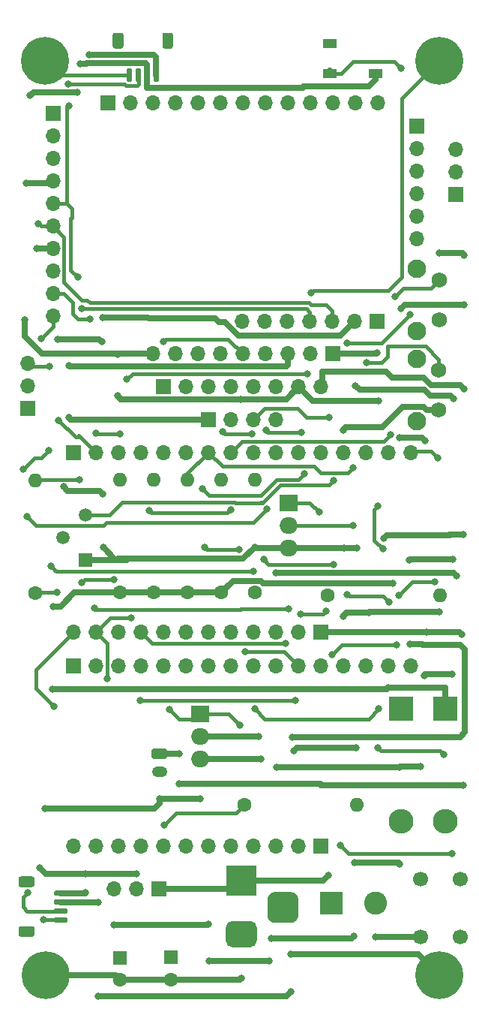
<source format=gbr>
%TF.GenerationSoftware,KiCad,Pcbnew,5.1.6-c6e7f7d~87~ubuntu18.04.1*%
%TF.CreationDate,2021-12-28T13:40:06-05:00*%
%TF.ProjectId,remote,72656d6f-7465-42e6-9b69-6361645f7063,rev?*%
%TF.SameCoordinates,Original*%
%TF.FileFunction,Copper,L1,Top*%
%TF.FilePolarity,Positive*%
%FSLAX46Y46*%
G04 Gerber Fmt 4.6, Leading zero omitted, Abs format (unit mm)*
G04 Created by KiCad (PCBNEW 5.1.6-c6e7f7d~87~ubuntu18.04.1) date 2021-12-28 13:40:06*
%MOMM*%
%LPD*%
G01*
G04 APERTURE LIST*
%TA.AperFunction,ComponentPad*%
%ADD10R,1.700000X1.700000*%
%TD*%
%TA.AperFunction,ComponentPad*%
%ADD11O,1.700000X1.700000*%
%TD*%
%TA.AperFunction,ComponentPad*%
%ADD12R,1.500000X1.500000*%
%TD*%
%TA.AperFunction,ComponentPad*%
%ADD13C,1.500000*%
%TD*%
%TA.AperFunction,SMDPad,CuDef*%
%ADD14R,1.500000X1.000000*%
%TD*%
%TA.AperFunction,ComponentPad*%
%ADD15C,1.600000*%
%TD*%
%TA.AperFunction,ComponentPad*%
%ADD16O,1.600000X1.600000*%
%TD*%
%TA.AperFunction,ComponentPad*%
%ADD17R,2.800000X2.800000*%
%TD*%
%TA.AperFunction,ComponentPad*%
%ADD18O,2.800000X2.800000*%
%TD*%
%TA.AperFunction,ComponentPad*%
%ADD19O,2.000000X1.905000*%
%TD*%
%TA.AperFunction,ComponentPad*%
%ADD20R,2.000000X1.905000*%
%TD*%
%TA.AperFunction,ComponentPad*%
%ADD21C,1.700000*%
%TD*%
%TA.AperFunction,ComponentPad*%
%ADD22C,5.400000*%
%TD*%
%TA.AperFunction,ComponentPad*%
%ADD23C,2.100000*%
%TD*%
%TA.AperFunction,ComponentPad*%
%ADD24C,1.750000*%
%TD*%
%TA.AperFunction,ComponentPad*%
%ADD25O,1.750000X1.200000*%
%TD*%
%TA.AperFunction,ComponentPad*%
%ADD26R,1.600000X1.600000*%
%TD*%
%TA.AperFunction,ComponentPad*%
%ADD27R,3.500000X3.500000*%
%TD*%
%TA.AperFunction,ComponentPad*%
%ADD28R,2.600000X2.600000*%
%TD*%
%TA.AperFunction,ComponentPad*%
%ADD29C,2.600000*%
%TD*%
%TA.AperFunction,ViaPad*%
%ADD30C,0.800000*%
%TD*%
%TA.AperFunction,Conductor*%
%ADD31C,0.700000*%
%TD*%
%TA.AperFunction,Conductor*%
%ADD32C,0.400000*%
%TD*%
G04 APERTURE END LIST*
D10*
%TO.P,J14,1*%
%TO.N,MOSI*%
X17130000Y-39020000D03*
D11*
%TO.P,J14,2*%
%TO.N,SCK*%
X19670000Y-39020000D03*
%TO.P,J14,3*%
%TO.N,A1*%
X22210000Y-39020000D03*
%TO.P,J14,4*%
%TO.N,A2*%
X24750000Y-39020000D03*
%TO.P,J14,5*%
%TO.N,D5*%
X27290000Y-39020000D03*
%TO.P,J14,6*%
%TO.N,N/C*%
X29830000Y-39020000D03*
%TO.P,J14,7*%
%TO.N,+3V3*%
X32370000Y-39020000D03*
%TO.P,J14,8*%
%TO.N,POWER_2*%
X34910000Y-39020000D03*
%TD*%
%TO.P,J3,16*%
%TO.N,~RESET*%
X45063000Y-70523000D03*
%TO.P,J3,15*%
%TO.N,+3V3*%
X42523000Y-70523000D03*
%TO.P,J3,14*%
%TO.N,AREF*%
X39983000Y-70523000D03*
%TO.P,J3,13*%
%TO.N,GND*%
X37443000Y-70523000D03*
%TO.P,J3,12*%
%TO.N,A0*%
X34903000Y-70523000D03*
%TO.P,J3,11*%
%TO.N,A1*%
X32363000Y-70523000D03*
%TO.P,J3,10*%
%TO.N,A2*%
X29823000Y-70523000D03*
%TO.P,J3,9*%
%TO.N,A3*%
X27283000Y-70523000D03*
%TO.P,J3,8*%
%TO.N,A4*%
X24743000Y-70523000D03*
%TO.P,J3,7*%
%TO.N,A5*%
X22203000Y-70523000D03*
%TO.P,J3,6*%
%TO.N,SCK*%
X19663000Y-70523000D03*
%TO.P,J3,5*%
%TO.N,MOSI*%
X17123000Y-70523000D03*
%TO.P,J3,4*%
%TO.N,MISO*%
X14583000Y-70523000D03*
%TO.P,J3,3*%
%TO.N,RX_D0*%
X12043000Y-70523000D03*
%TO.P,J3,2*%
%TO.N,TX_D1*%
X9503000Y-70523000D03*
D10*
%TO.P,J3,1*%
%TO.N,DW*%
X6963000Y-70523000D03*
%TD*%
D12*
%TO.P,Q3,1*%
%TO.N,GND*%
X8280000Y-58520000D03*
D13*
%TO.P,Q3,3*%
%TO.N,Net-(D2-Pad2)*%
X8280000Y-53440000D03*
%TO.P,Q3,2*%
%TO.N,Net-(Q3-Pad2)*%
X5740000Y-55980000D03*
%TD*%
D14*
%TO.P,SP1,+*%
%TO.N,Net-(D2-Pad2)*%
X35940000Y-3680000D03*
%TO.P,SP1,-*%
%TO.N,+3V3*%
X41040000Y-3680000D03*
%TO.P,SP1,MT*%
%TO.N,N/C*%
X35940000Y-280000D03*
%TD*%
D15*
%TO.P,R8,1*%
%TO.N,Net-(Q3-Pad2)*%
X2650000Y-62240000D03*
D16*
%TO.P,R8,2*%
%TO.N,A0*%
X2650000Y-49540000D03*
%TD*%
D17*
%TO.P,D2,1*%
%TO.N,+3V3*%
X48940000Y-75350000D03*
D18*
%TO.P,D2,2*%
%TO.N,Net-(D2-Pad2)*%
X48940000Y-88050000D03*
%TD*%
D19*
%TO.P,Q2,3*%
%TO.N,GND*%
X31250000Y-57210000D03*
%TO.P,Q2,2*%
%TO.N,POWER_2*%
X31250000Y-54670000D03*
D20*
%TO.P,Q2,1*%
%TO.N,D6*%
X31250000Y-52130000D03*
%TD*%
D19*
%TO.P,Q1,3*%
%TO.N,GND*%
X21300000Y-81030000D03*
%TO.P,Q1,2*%
%TO.N,POWER_1*%
X21300000Y-78490000D03*
D20*
%TO.P,Q1,1*%
%TO.N,D9*%
X21300000Y-75950000D03*
%TD*%
%TO.P,J20,1*%
%TO.N,GND*%
%TA.AperFunction,SMDPad,CuDef*%
G36*
G01*
X16590000Y-3235000D02*
X16590000Y-4485000D01*
G75*
G02*
X16440000Y-4635000I-150000J0D01*
G01*
X16140000Y-4635000D01*
G75*
G02*
X15990000Y-4485000I0J150000D01*
G01*
X15990000Y-3235000D01*
G75*
G02*
X16140000Y-3085000I150000J0D01*
G01*
X16440000Y-3085000D01*
G75*
G02*
X16590000Y-3235000I0J-150000D01*
G01*
G37*
%TD.AperFunction*%
%TO.P,J20,2*%
%TO.N,+3V3*%
%TA.AperFunction,SMDPad,CuDef*%
G36*
G01*
X15590000Y-3235000D02*
X15590000Y-4485000D01*
G75*
G02*
X15440000Y-4635000I-150000J0D01*
G01*
X15140000Y-4635000D01*
G75*
G02*
X14990000Y-4485000I0J150000D01*
G01*
X14990000Y-3235000D01*
G75*
G02*
X15140000Y-3085000I150000J0D01*
G01*
X15440000Y-3085000D01*
G75*
G02*
X15590000Y-3235000I0J-150000D01*
G01*
G37*
%TD.AperFunction*%
%TO.P,J20,3*%
%TO.N,SDA*%
%TA.AperFunction,SMDPad,CuDef*%
G36*
G01*
X14590000Y-3235000D02*
X14590000Y-4485000D01*
G75*
G02*
X14440000Y-4635000I-150000J0D01*
G01*
X14140000Y-4635000D01*
G75*
G02*
X13990000Y-4485000I0J150000D01*
G01*
X13990000Y-3235000D01*
G75*
G02*
X14140000Y-3085000I150000J0D01*
G01*
X14440000Y-3085000D01*
G75*
G02*
X14590000Y-3235000I0J-150000D01*
G01*
G37*
%TD.AperFunction*%
%TO.P,J20,4*%
%TO.N,SCL*%
%TA.AperFunction,SMDPad,CuDef*%
G36*
G01*
X13590000Y-3235000D02*
X13590000Y-4485000D01*
G75*
G02*
X13440000Y-4635000I-150000J0D01*
G01*
X13140000Y-4635000D01*
G75*
G02*
X12990000Y-4485000I0J150000D01*
G01*
X12990000Y-3235000D01*
G75*
G02*
X13140000Y-3085000I150000J0D01*
G01*
X13440000Y-3085000D01*
G75*
G02*
X13590000Y-3235000I0J-150000D01*
G01*
G37*
%TD.AperFunction*%
%TO.P,J20,MP*%
%TO.N,N/C*%
%TA.AperFunction,SMDPad,CuDef*%
G36*
G01*
X18190000Y665001D02*
X18190000Y-635001D01*
G75*
G02*
X17940001Y-885000I-249999J0D01*
G01*
X17239999Y-885000D01*
G75*
G02*
X16990000Y-635001I0J249999D01*
G01*
X16990000Y665001D01*
G75*
G02*
X17239999Y915000I249999J0D01*
G01*
X17940001Y915000D01*
G75*
G02*
X18190000Y665001I0J-249999D01*
G01*
G37*
%TD.AperFunction*%
%TA.AperFunction,SMDPad,CuDef*%
G36*
G01*
X12590000Y665001D02*
X12590000Y-635001D01*
G75*
G02*
X12340001Y-885000I-249999J0D01*
G01*
X11639999Y-885000D01*
G75*
G02*
X11390000Y-635001I0J249999D01*
G01*
X11390000Y665001D01*
G75*
G02*
X11639999Y915000I249999J0D01*
G01*
X12340001Y915000D01*
G75*
G02*
X12590000Y665001I0J-249999D01*
G01*
G37*
%TD.AperFunction*%
%TD*%
D11*
%TO.P,J18,6*%
%TO.N,N/C*%
X45760000Y-22310000D03*
%TO.P,J18,5*%
X45760000Y-19770000D03*
%TO.P,J18,4*%
X45760000Y-17230000D03*
%TO.P,J18,3*%
X45760000Y-14690000D03*
%TO.P,J18,2*%
X45760000Y-12150000D03*
D10*
%TO.P,J18,1*%
X45760000Y-9610000D03*
%TD*%
D16*
%TO.P,R7,2*%
%TO.N,GND*%
X48330000Y-62510000D03*
D15*
%TO.P,R7,1*%
%TO.N,D6*%
X35630000Y-62510000D03*
%TD*%
%TO.P,R6,1*%
%TO.N,D9*%
X26260000Y-86200000D03*
D16*
%TO.P,R6,2*%
%TO.N,GND*%
X38960000Y-86200000D03*
%TD*%
D10*
%TO.P,J15,1*%
%TO.N,+3V3*%
X36210000Y-35280000D03*
D11*
%TO.P,J15,2*%
%TO.N,N/C*%
X33670000Y-35280000D03*
%TO.P,J15,3*%
%TO.N,GND*%
X31130000Y-35280000D03*
%TO.P,J15,4*%
%TO.N,SCK*%
X28590000Y-35280000D03*
%TO.P,J15,5*%
%TO.N,MOSI*%
X26050000Y-35280000D03*
%TO.P,J15,6*%
%TO.N,D5*%
X23510000Y-35280000D03*
%TO.P,J15,7*%
%TO.N,N/C*%
X20970000Y-35280000D03*
%TO.P,J15,8*%
X18430000Y-35280000D03*
%TO.P,J15,9*%
X15890000Y-35280000D03*
%TD*%
D10*
%TO.P,J11,1*%
%TO.N,N/C*%
X4640000Y-8170000D03*
D11*
%TO.P,J11,2*%
X4640000Y-10710000D03*
%TO.P,J11,3*%
X4640000Y-13250000D03*
%TO.P,J11,4*%
%TO.N,+3V3*%
X4640000Y-15790000D03*
%TO.P,J11,5*%
%TO.N,SDA*%
X4640000Y-18330000D03*
%TO.P,J11,6*%
%TO.N,SCL*%
X4640000Y-20870000D03*
%TO.P,J11,7*%
%TO.N,POWER_1*%
X4640000Y-23410000D03*
%TO.P,J11,8*%
%TO.N,GND*%
X4640000Y-25950000D03*
%TO.P,J11,9*%
%TO.N,RX_D0*%
X4640000Y-28490000D03*
%TO.P,J11,10*%
%TO.N,TX_D1*%
X4640000Y-31030000D03*
%TD*%
%TO.P,J6,13*%
%TO.N,N/C*%
X41340000Y-6960000D03*
%TO.P,J6,12*%
X38800000Y-6960000D03*
%TO.P,J6,11*%
X36260000Y-6960000D03*
%TO.P,J6,10*%
X33720000Y-6960000D03*
%TO.P,J6,9*%
X31180000Y-6960000D03*
%TO.P,J6,8*%
X28640000Y-6960000D03*
%TO.P,J6,7*%
X26100000Y-6960000D03*
%TO.P,J6,6*%
X23560000Y-6960000D03*
%TO.P,J6,5*%
X21020000Y-6960000D03*
%TO.P,J6,4*%
X18480000Y-6960000D03*
%TO.P,J6,3*%
X15940000Y-6960000D03*
%TO.P,J6,2*%
X13400000Y-6960000D03*
D10*
%TO.P,J6,1*%
X10860000Y-6960000D03*
%TD*%
D11*
%TO.P,J2,12*%
%TO.N,SDA*%
X6973000Y-90807000D03*
%TO.P,J2,11*%
%TO.N,SCL*%
X9513000Y-90807000D03*
%TO.P,J2,10*%
%TO.N,D5*%
X12053000Y-90807000D03*
%TO.P,J2,9*%
%TO.N,D6*%
X14593000Y-90807000D03*
%TO.P,J2,8*%
%TO.N,D9*%
X17133000Y-90807000D03*
%TO.P,J2,7*%
%TO.N,D10*%
X19673000Y-90807000D03*
%TO.P,J2,6*%
%TO.N,D11*%
X22213000Y-90807000D03*
%TO.P,J2,5*%
%TO.N,D12*%
X24753000Y-90807000D03*
%TO.P,J2,4*%
%TO.N,D13*%
X27293000Y-90807000D03*
%TO.P,J2,3*%
%TO.N,VBUS*%
X29833000Y-90807000D03*
%TO.P,J2,2*%
%TO.N,EN*%
X32373000Y-90807000D03*
D10*
%TO.P,J2,1*%
%TO.N,VBAT*%
X34913000Y-90807000D03*
%TD*%
D21*
%TO.P,SW4,1*%
%TO.N,~RESET*%
X50640000Y-94560000D03*
%TO.P,SW4,2*%
X50640000Y-101060000D03*
%TO.P,SW4,3*%
%TO.N,GND*%
X46140000Y-94560000D03*
%TO.P,SW4,4*%
X46140000Y-101060000D03*
%TD*%
D22*
%TO.P,H6,1*%
%TO.N,SCL*%
X3750000Y-2250000D03*
%TD*%
D16*
%TO.P,R5,2*%
%TO.N,GND*%
X27437000Y-49539000D03*
D15*
%TO.P,R5,1*%
%TO.N,Net-(J19-Pad2)*%
X27437000Y-62239000D03*
%TD*%
D10*
%TO.P,J19,1*%
%TO.N,N/C*%
X1750000Y-41450000D03*
D11*
%TO.P,J19,2*%
%TO.N,Net-(J19-Pad2)*%
X1750000Y-38910000D03*
%TO.P,J19,3*%
%TO.N,A3*%
X1750000Y-36370000D03*
%TD*%
D22*
%TO.P,H5,1*%
%TO.N,SDA*%
X48250000Y-2270000D03*
%TD*%
D11*
%TO.P,J9,12*%
%TO.N,SDA*%
X6943000Y-66695000D03*
%TO.P,J9,11*%
%TO.N,SCL*%
X9483000Y-66695000D03*
%TO.P,J9,10*%
%TO.N,D5*%
X12023000Y-66695000D03*
%TO.P,J9,9*%
%TO.N,D6*%
X14563000Y-66695000D03*
%TO.P,J9,8*%
%TO.N,D9*%
X17103000Y-66695000D03*
%TO.P,J9,7*%
%TO.N,D10*%
X19643000Y-66695000D03*
%TO.P,J9,6*%
%TO.N,D11*%
X22183000Y-66695000D03*
%TO.P,J9,5*%
%TO.N,D12*%
X24723000Y-66695000D03*
%TO.P,J9,4*%
%TO.N,D13*%
X27263000Y-66695000D03*
%TO.P,J9,3*%
%TO.N,VBUS*%
X29803000Y-66695000D03*
%TO.P,J9,2*%
%TO.N,EN*%
X32343000Y-66695000D03*
D10*
%TO.P,J9,1*%
%TO.N,VBAT*%
X34883000Y-66695000D03*
%TD*%
%TO.P,J16,1*%
%TO.N,GND*%
X22200000Y-42720000D03*
D11*
%TO.P,J16,2*%
%TO.N,+3V3*%
X24740000Y-42720000D03*
%TO.P,J16,3*%
%TO.N,SCL*%
X27280000Y-42720000D03*
%TO.P,J16,4*%
%TO.N,SDA*%
X29820000Y-42720000D03*
%TD*%
%TO.P,J17,7*%
%TO.N,N/C*%
X26033000Y-31611000D03*
%TO.P,J17,6*%
X28573000Y-31611000D03*
%TO.P,J17,5*%
X31113000Y-31611000D03*
%TO.P,J17,4*%
%TO.N,SDA*%
X33653000Y-31611000D03*
%TO.P,J17,3*%
%TO.N,SCL*%
X36193000Y-31611000D03*
%TO.P,J17,2*%
%TO.N,POWER_1*%
X38733000Y-31611000D03*
D10*
%TO.P,J17,1*%
%TO.N,+3V3*%
X41273000Y-31611000D03*
%TD*%
D22*
%TO.P,H2,1*%
%TO.N,+3V3*%
X48250000Y-105410000D03*
%TD*%
%TO.P,H1,1*%
%TO.N,GND*%
X3790000Y-105410000D03*
%TD*%
D10*
%TO.P,J5,1*%
%TO.N,GND*%
X50120000Y-17290000D03*
D11*
%TO.P,J5,2*%
%TO.N,VBAT*%
X50120000Y-14750000D03*
%TO.P,J5,3*%
%TO.N,N/C*%
X50120000Y-12210000D03*
%TD*%
D23*
%TO.P,SW2,*%
%TO.N,*%
X45720000Y-35900000D03*
D24*
%TO.P,SW2,1*%
%TO.N,A5*%
X48210000Y-37150000D03*
%TO.P,SW2,2*%
%TO.N,GND*%
X48210000Y-41650000D03*
D23*
%TO.P,SW2,*%
%TO.N,*%
X45720000Y-42910000D03*
%TD*%
%TO.P,SW1,*%
%TO.N,*%
X45760000Y-32740000D03*
D24*
%TO.P,SW1,2*%
%TO.N,GND*%
X48250000Y-31480000D03*
%TO.P,SW1,1*%
%TO.N,A4*%
X48250000Y-26980000D03*
D23*
%TO.P,SW1,*%
%TO.N,*%
X45760000Y-25730000D03*
%TD*%
%TO.P,J1,1*%
%TO.N,VBAT*%
%TA.AperFunction,ComponentPad*%
G36*
G01*
X16024999Y-79800000D02*
X17275001Y-79800000D01*
G75*
G02*
X17525000Y-80049999I0J-249999D01*
G01*
X17525000Y-80750001D01*
G75*
G02*
X17275001Y-81000000I-249999J0D01*
G01*
X16024999Y-81000000D01*
G75*
G02*
X15775000Y-80750001I0J249999D01*
G01*
X15775000Y-80049999D01*
G75*
G02*
X16024999Y-79800000I249999J0D01*
G01*
G37*
%TD.AperFunction*%
D25*
%TO.P,J1,2*%
%TO.N,GND*%
X16650000Y-82400000D03*
%TD*%
D11*
%TO.P,J10,16*%
%TO.N,~RESET*%
X45033000Y-46411000D03*
%TO.P,J10,15*%
%TO.N,+3V3*%
X42493000Y-46411000D03*
%TO.P,J10,14*%
%TO.N,AREF*%
X39953000Y-46411000D03*
%TO.P,J10,13*%
%TO.N,GND*%
X37413000Y-46411000D03*
%TO.P,J10,12*%
%TO.N,A0*%
X34873000Y-46411000D03*
%TO.P,J10,11*%
%TO.N,A1*%
X32333000Y-46411000D03*
%TO.P,J10,10*%
%TO.N,A2*%
X29793000Y-46411000D03*
%TO.P,J10,9*%
%TO.N,A3*%
X27253000Y-46411000D03*
%TO.P,J10,8*%
%TO.N,A4*%
X24713000Y-46411000D03*
%TO.P,J10,7*%
%TO.N,A5*%
X22173000Y-46411000D03*
%TO.P,J10,6*%
%TO.N,SCK*%
X19633000Y-46411000D03*
%TO.P,J10,5*%
%TO.N,MOSI*%
X17093000Y-46411000D03*
%TO.P,J10,4*%
%TO.N,MISO*%
X14553000Y-46411000D03*
%TO.P,J10,3*%
%TO.N,RX_D0*%
X12013000Y-46411000D03*
%TO.P,J10,2*%
%TO.N,TX_D1*%
X9473000Y-46411000D03*
D10*
%TO.P,J10,1*%
%TO.N,DW*%
X6933000Y-46411000D03*
%TD*%
D18*
%TO.P,D1,2*%
%TO.N,VOUT_DCDC*%
X43940000Y-88050000D03*
D17*
%TO.P,D1,1*%
%TO.N,VBUS*%
X43940000Y-75350000D03*
%TD*%
D26*
%TO.P,C2,1*%
%TO.N,VOUT_DCDC*%
X12210000Y-103420000D03*
D15*
%TO.P,C2,2*%
%TO.N,GND*%
X12210000Y-105920000D03*
%TD*%
%TO.P,C1,2*%
%TO.N,GND*%
X17960000Y-105880000D03*
D26*
%TO.P,C1,1*%
%TO.N,VIN_DCDC*%
X17960000Y-103380000D03*
%TD*%
D10*
%TO.P,J4,1*%
%TO.N,VIN_DCDC*%
X16597000Y-95659000D03*
D11*
%TO.P,J4,2*%
%TO.N,GND*%
X14057000Y-95659000D03*
%TO.P,J4,3*%
%TO.N,VOUT_DCDC*%
X11517000Y-95659000D03*
%TD*%
D16*
%TO.P,R4,2*%
%TO.N,A4*%
X23627000Y-49539000D03*
D15*
%TO.P,R4,1*%
%TO.N,+3V3*%
X23627000Y-62239000D03*
%TD*%
%TO.P,J12,MP*%
%TO.N,N/C*%
%TA.AperFunction,SMDPad,CuDef*%
G36*
G01*
X994999Y-99840000D02*
X2295001Y-99840000D01*
G75*
G02*
X2545000Y-100089999I0J-249999D01*
G01*
X2545000Y-100790001D01*
G75*
G02*
X2295001Y-101040000I-249999J0D01*
G01*
X994999Y-101040000D01*
G75*
G02*
X745000Y-100790001I0J249999D01*
G01*
X745000Y-100089999D01*
G75*
G02*
X994999Y-99840000I249999J0D01*
G01*
G37*
%TD.AperFunction*%
%TA.AperFunction,SMDPad,CuDef*%
G36*
G01*
X994999Y-94240000D02*
X2295001Y-94240000D01*
G75*
G02*
X2545000Y-94489999I0J-249999D01*
G01*
X2545000Y-95190001D01*
G75*
G02*
X2295001Y-95440000I-249999J0D01*
G01*
X994999Y-95440000D01*
G75*
G02*
X745000Y-95190001I0J249999D01*
G01*
X745000Y-94489999D01*
G75*
G02*
X994999Y-94240000I249999J0D01*
G01*
G37*
%TD.AperFunction*%
%TO.P,J12,4*%
%TO.N,SCL*%
%TA.AperFunction,SMDPad,CuDef*%
G36*
G01*
X4895000Y-98840000D02*
X6145000Y-98840000D01*
G75*
G02*
X6295000Y-98990000I0J-150000D01*
G01*
X6295000Y-99290000D01*
G75*
G02*
X6145000Y-99440000I-150000J0D01*
G01*
X4895000Y-99440000D01*
G75*
G02*
X4745000Y-99290000I0J150000D01*
G01*
X4745000Y-98990000D01*
G75*
G02*
X4895000Y-98840000I150000J0D01*
G01*
G37*
%TD.AperFunction*%
%TO.P,J12,3*%
%TO.N,SDA*%
%TA.AperFunction,SMDPad,CuDef*%
G36*
G01*
X4895000Y-97840000D02*
X6145000Y-97840000D01*
G75*
G02*
X6295000Y-97990000I0J-150000D01*
G01*
X6295000Y-98290000D01*
G75*
G02*
X6145000Y-98440000I-150000J0D01*
G01*
X4895000Y-98440000D01*
G75*
G02*
X4745000Y-98290000I0J150000D01*
G01*
X4745000Y-97990000D01*
G75*
G02*
X4895000Y-97840000I150000J0D01*
G01*
G37*
%TD.AperFunction*%
%TO.P,J12,2*%
%TO.N,+3V3*%
%TA.AperFunction,SMDPad,CuDef*%
G36*
G01*
X4895000Y-96840000D02*
X6145000Y-96840000D01*
G75*
G02*
X6295000Y-96990000I0J-150000D01*
G01*
X6295000Y-97290000D01*
G75*
G02*
X6145000Y-97440000I-150000J0D01*
G01*
X4895000Y-97440000D01*
G75*
G02*
X4745000Y-97290000I0J150000D01*
G01*
X4745000Y-96990000D01*
G75*
G02*
X4895000Y-96840000I150000J0D01*
G01*
G37*
%TD.AperFunction*%
%TO.P,J12,1*%
%TO.N,GND*%
%TA.AperFunction,SMDPad,CuDef*%
G36*
G01*
X4895000Y-95840000D02*
X6145000Y-95840000D01*
G75*
G02*
X6295000Y-95990000I0J-150000D01*
G01*
X6295000Y-96290000D01*
G75*
G02*
X6145000Y-96440000I-150000J0D01*
G01*
X4895000Y-96440000D01*
G75*
G02*
X4745000Y-96290000I0J150000D01*
G01*
X4745000Y-95990000D01*
G75*
G02*
X4895000Y-95840000I150000J0D01*
G01*
G37*
%TD.AperFunction*%
%TD*%
D27*
%TO.P,J7,1*%
%TO.N,VIN_DCDC*%
X25908000Y-94742000D03*
%TO.P,J7,2*%
%TO.N,GND*%
%TA.AperFunction,ComponentPad*%
G36*
G01*
X26908000Y-102242000D02*
X24908000Y-102242000D01*
G75*
G02*
X24158000Y-101492000I0J750000D01*
G01*
X24158000Y-99992000D01*
G75*
G02*
X24908000Y-99242000I750000J0D01*
G01*
X26908000Y-99242000D01*
G75*
G02*
X27658000Y-99992000I0J-750000D01*
G01*
X27658000Y-101492000D01*
G75*
G02*
X26908000Y-102242000I-750000J0D01*
G01*
G37*
%TD.AperFunction*%
%TO.P,J7,3*%
%TO.N,N/C*%
%TA.AperFunction,ComponentPad*%
G36*
G01*
X31483000Y-99492000D02*
X29733000Y-99492000D01*
G75*
G02*
X28858000Y-98617000I0J875000D01*
G01*
X28858000Y-96867000D01*
G75*
G02*
X29733000Y-95992000I875000J0D01*
G01*
X31483000Y-95992000D01*
G75*
G02*
X32358000Y-96867000I0J-875000D01*
G01*
X32358000Y-98617000D01*
G75*
G02*
X31483000Y-99492000I-875000J0D01*
G01*
G37*
%TD.AperFunction*%
%TD*%
D28*
%TO.P,J8,1*%
%TO.N,VIN_DCDC*%
X36090000Y-97250000D03*
D29*
%TO.P,J8,2*%
%TO.N,GND*%
X41090000Y-97250000D03*
%TD*%
D15*
%TO.P,R2,1*%
%TO.N,+3V3*%
X16007000Y-62239000D03*
D16*
%TO.P,R2,2*%
%TO.N,SCL*%
X16007000Y-49539000D03*
%TD*%
D15*
%TO.P,R1,1*%
%TO.N,+3V3*%
X12197000Y-62239000D03*
D16*
%TO.P,R1,2*%
%TO.N,SDA*%
X12197000Y-49539000D03*
%TD*%
D15*
%TO.P,R3,1*%
%TO.N,+3V3*%
X19817000Y-62239000D03*
D16*
%TO.P,R3,2*%
%TO.N,A5*%
X19817000Y-49539000D03*
%TD*%
D30*
%TO.N,+3V3*%
X9710000Y-97170000D03*
X9730000Y-107730000D03*
X31480000Y-107210000D03*
X31520000Y-103020000D03*
X42520000Y-72910000D03*
X11925000Y-35325000D03*
X7700000Y-2575000D03*
X7400000Y-5825000D03*
X2075000Y-6175000D03*
X1600000Y-16075000D03*
X1425000Y-31475000D03*
X4675000Y-63775000D03*
X4600000Y-73125000D03*
X43025000Y-61175000D03*
X41273000Y-35173000D03*
X11925000Y-40025000D03*
X25829999Y-40420001D03*
X41450000Y-40625000D03*
%TO.N,GND*%
X25950000Y-105680000D03*
X41050000Y-101030000D03*
X8310000Y-96100000D03*
X8330000Y-93930000D03*
X14030000Y-93910000D03*
X16680000Y-85470000D03*
X21280000Y-85470000D03*
X28090000Y-81000000D03*
X38900000Y-79750000D03*
X31850000Y-80050000D03*
X40325000Y-64525000D03*
X37450000Y-64875000D03*
X48275000Y-64375000D03*
X37485000Y-57210000D03*
X38925000Y-57200000D03*
X27400000Y-57100000D03*
X6425000Y-42500000D03*
X8750000Y-1584990D03*
X3700000Y-86600000D03*
X3175000Y-93275000D03*
X10300000Y-57125000D03*
X5825000Y-50300000D03*
X10225000Y-51125000D03*
X6425000Y-36600000D03*
X37400000Y-43875000D03*
%TO.N,SDA*%
X7475000Y-26675000D03*
X7850000Y-30225000D03*
X6325000Y-4850000D03*
X6425000Y-7300000D03*
X33775000Y-28375000D03*
X1750000Y-96075000D03*
X31275000Y-64100000D03*
X11550000Y-60775000D03*
X7900000Y-61075000D03*
X9300000Y-63950000D03*
X4750000Y-75075000D03*
%TO.N,SCL*%
X3000000Y-20600000D03*
X3525000Y-99075000D03*
X24750000Y-52850000D03*
X13450000Y-65100000D03*
X15475000Y-52950000D03*
X10750000Y-71900000D03*
X35800000Y-42500000D03*
%TO.N,VIN_DCDC*%
X35720000Y-94150000D03*
X36090000Y-97250000D03*
%TO.N,VOUT_DCDC*%
X29270000Y-101210000D03*
X43820000Y-92820000D03*
X38620000Y-100990000D03*
X11540000Y-99740000D03*
X22290000Y-103800000D03*
X29050000Y-103750000D03*
X38680000Y-92710000D03*
X22180000Y-99640000D03*
%TO.N,TX_D1*%
X3278248Y-33596752D03*
X5250000Y-42775000D03*
%TO.N,RX_D0*%
X8825000Y-31375000D03*
%TO.N,MOSI*%
X17150000Y-33900000D03*
%TO.N,A5*%
X38575000Y-48125000D03*
X40075000Y-36300000D03*
%TO.N,A4*%
X43250000Y-28825000D03*
X42750000Y-44425000D03*
%TO.N,A3*%
X28775000Y-52800000D03*
X1700000Y-53625000D03*
X1300001Y-48300001D03*
X4150000Y-46200000D03*
X4225000Y-36675000D03*
X27450000Y-75350000D03*
X41450000Y-75300000D03*
X42625000Y-63325000D03*
X37893001Y-62425000D03*
X36325000Y-59050000D03*
X28425000Y-58475000D03*
%TO.N,A2*%
X27075000Y-44300000D03*
X23837500Y-44062500D03*
%TO.N,A1*%
X33025010Y-48800000D03*
X21525000Y-50525000D03*
X25650000Y-57350000D03*
X21775000Y-57075000D03*
X26350000Y-68875000D03*
%TO.N,A0*%
X7650000Y-49500000D03*
X9500000Y-44225000D03*
X12175000Y-44300000D03*
X33350000Y-37550000D03*
X13000000Y-38175000D03*
%TO.N,AREF*%
X41325000Y-52450000D03*
X41925000Y-57325000D03*
%TO.N,~RESET*%
X49725000Y-91675000D03*
X37125000Y-90750000D03*
X36200000Y-69200000D03*
X43425000Y-68150000D03*
X43725000Y-62500000D03*
X47725000Y-60975000D03*
X48075000Y-47050000D03*
%TO.N,VBAT*%
X18890000Y-80420000D03*
X18930000Y-83750000D03*
X34850000Y-83890000D03*
X50775000Y-66900000D03*
X50950000Y-83925000D03*
X43800000Y-44725000D03*
X46675000Y-45100000D03*
X46820000Y-66695000D03*
X48250000Y-23950000D03*
X51070000Y-24150000D03*
X51070000Y-29800000D03*
X43975000Y-30225000D03*
%TO.N,VBUS*%
X29930000Y-81950000D03*
X43770000Y-81900000D03*
X29850000Y-60025000D03*
X50175000Y-60300000D03*
X49725000Y-71450000D03*
X46575000Y-71575000D03*
X46150000Y-81800000D03*
%TO.N,D9*%
X17750000Y-75375000D03*
X25750000Y-77200000D03*
X17200000Y-88475000D03*
%TO.N,D5*%
X14450000Y-74375000D03*
X32025000Y-74425000D03*
X32725000Y-44125000D03*
X28675000Y-43925000D03*
%TO.N,D6*%
X34700000Y-53175000D03*
X32575000Y-64650000D03*
X35500000Y-64275000D03*
X30900000Y-67950000D03*
%TO.N,POWER_1*%
X27900000Y-78475000D03*
X38825000Y-38875000D03*
X31675000Y-78525000D03*
X2825000Y-23425000D03*
X10150000Y-33950000D03*
X10250000Y-31175000D03*
X5175000Y-33650000D03*
X49900000Y-40325000D03*
X49825000Y-58475000D03*
X44900000Y-58575000D03*
X44950000Y-68075000D03*
%TO.N,POWER_2*%
X42025000Y-56075000D03*
X51075000Y-39250000D03*
X51000000Y-55700000D03*
X38525000Y-54650000D03*
%TO.N,Net-(J19-Pad2)*%
X27275000Y-59800000D03*
X4400000Y-59225000D03*
%TO.N,Net-(D2-Pad2)*%
X43975000Y-3100000D03*
X44950000Y-30875000D03*
X48750000Y-80450000D03*
X41325000Y-79725000D03*
X36300001Y-49575000D03*
X37850000Y-34100000D03*
%TO.N,Net-(Q3-Pad2)*%
X5125000Y-62225000D03*
%TD*%
D31*
%TO.N,+3V3*%
X5520000Y-97140000D02*
X9680000Y-97140000D01*
X9680000Y-97140000D02*
X9710000Y-97170000D01*
X9730000Y-107730000D02*
X30960000Y-107730000D01*
X30960000Y-107730000D02*
X31480000Y-107210000D01*
X45860000Y-103020000D02*
X48250000Y-105410000D01*
X31520000Y-103020000D02*
X45860000Y-103020000D01*
X48950000Y-72910000D02*
X48950000Y-75340000D01*
X42520000Y-72910000D02*
X48950000Y-72910000D01*
X48950000Y-75340000D02*
X48940000Y-75350000D01*
X12197000Y-62239000D02*
X16007000Y-62239000D01*
X16007000Y-62239000D02*
X19817000Y-62239000D01*
X19817000Y-62239000D02*
X23627000Y-62239000D01*
X15890000Y-35280000D02*
X11970000Y-35280000D01*
X11970000Y-35280000D02*
X11925000Y-35325000D01*
X41040000Y-3680000D02*
X41040000Y-4385000D01*
X41040000Y-4385000D02*
X40300000Y-5125000D01*
X40300000Y-5125000D02*
X32975000Y-5125000D01*
X32975000Y-5125000D02*
X32825000Y-5275000D01*
X32825000Y-5275000D02*
X15250000Y-5275000D01*
X15290000Y-5235000D02*
X15290000Y-3860000D01*
X15250000Y-5275000D02*
X15290000Y-5235000D01*
X15290000Y-3860000D02*
X15290000Y-2715000D01*
X15109990Y-2534990D02*
X8459990Y-2534990D01*
X15290000Y-2715000D02*
X15109990Y-2534990D01*
X8459990Y-2534990D02*
X8419980Y-2575000D01*
X8419980Y-2575000D02*
X7700000Y-2575000D01*
X7400000Y-5825000D02*
X2425000Y-5825000D01*
X2425000Y-5825000D02*
X2075000Y-6175000D01*
X4355000Y-16075000D02*
X4640000Y-15790000D01*
X1600000Y-16075000D02*
X4355000Y-16075000D01*
X1425000Y-33350000D02*
X1425000Y-31475000D01*
X11925000Y-35325000D02*
X11900000Y-35300000D01*
X11900000Y-35300000D02*
X3375000Y-35300000D01*
X3375000Y-35300000D02*
X1425000Y-33350000D01*
X12197000Y-62239000D02*
X7011000Y-62239000D01*
X7011000Y-62239000D02*
X5475000Y-63775000D01*
X5475000Y-63775000D02*
X4675000Y-63775000D01*
X42305000Y-73125000D02*
X42520000Y-72910000D01*
X4600000Y-73125000D02*
X42305000Y-73125000D01*
X28356001Y-61159999D02*
X43009999Y-61159999D01*
X28085001Y-60888999D02*
X28356001Y-61159999D01*
X23627000Y-62239000D02*
X24977001Y-60888999D01*
X24977001Y-60888999D02*
X28085001Y-60888999D01*
X43009999Y-61159999D02*
X43025000Y-61175000D01*
X41166000Y-35280000D02*
X41273000Y-35173000D01*
X36210000Y-35280000D02*
X41166000Y-35280000D01*
X12320001Y-40420001D02*
X11925000Y-40025000D01*
X32370000Y-39020000D02*
X30969999Y-40420001D01*
X30969999Y-40420001D02*
X25829999Y-40420001D01*
X25829999Y-40420001D02*
X12320001Y-40420001D01*
X33975000Y-40625000D02*
X41450000Y-40625000D01*
X32370000Y-39020000D02*
X33975000Y-40625000D01*
%TO.N,GND*%
X17920000Y-105920000D02*
X17960000Y-105880000D01*
X12210000Y-105920000D02*
X17920000Y-105920000D01*
X11700000Y-105410000D02*
X12210000Y-105920000D01*
X3790000Y-105410000D02*
X11700000Y-105410000D01*
X17960000Y-105880000D02*
X25750000Y-105880000D01*
X25750000Y-105880000D02*
X25950000Y-105680000D01*
X46140000Y-101060000D02*
X41080000Y-101060000D01*
X41080000Y-101060000D02*
X41050000Y-101030000D01*
X5520000Y-96140000D02*
X8270000Y-96140000D01*
X8270000Y-96140000D02*
X8310000Y-96100000D01*
X8330000Y-93930000D02*
X14010000Y-93930000D01*
X14010000Y-93930000D02*
X14030000Y-93910000D01*
X16680000Y-85470000D02*
X21280000Y-85470000D01*
X21300000Y-81030000D02*
X28060000Y-81030000D01*
X28060000Y-81030000D02*
X28090000Y-81000000D01*
X38900000Y-79750000D02*
X32150000Y-79750000D01*
X32150000Y-79750000D02*
X31850000Y-80050000D01*
X40325000Y-64525000D02*
X37800000Y-64525000D01*
X37800000Y-64525000D02*
X37450000Y-64875000D01*
X40475000Y-64375000D02*
X40325000Y-64525000D01*
X48275000Y-64375000D02*
X40475000Y-64375000D01*
X38585000Y-57210000D02*
X38600000Y-57225000D01*
X31250000Y-57210000D02*
X37485000Y-57210000D01*
X37485000Y-57210000D02*
X38585000Y-57210000D01*
X38585000Y-57210000D02*
X38915000Y-57210000D01*
X38915000Y-57210000D02*
X38925000Y-57200000D01*
X31250000Y-57210000D02*
X27510000Y-57210000D01*
X27510000Y-57210000D02*
X27400000Y-57100000D01*
X48210000Y-41650000D02*
X47600000Y-41650000D01*
X22200000Y-42720000D02*
X6645000Y-42720000D01*
X6645000Y-42720000D02*
X6425000Y-42500000D01*
X4840000Y-26150000D02*
X4640000Y-25950000D01*
X16290000Y-3860000D02*
X16290000Y-1865000D01*
X16290000Y-1865000D02*
X16009990Y-1584990D01*
X16009990Y-1584990D02*
X8750000Y-1584990D01*
X3830000Y-93930000D02*
X3175000Y-93275000D01*
X8330000Y-93930000D02*
X3830000Y-93930000D01*
X16680000Y-85995000D02*
X16680000Y-85470000D01*
X3700000Y-86600000D02*
X16075000Y-86600000D01*
X16075000Y-86600000D02*
X16680000Y-85995000D01*
X11695000Y-58520000D02*
X10300000Y-57125000D01*
X12955000Y-58520000D02*
X11695000Y-58520000D01*
X5825000Y-50300000D02*
X6300000Y-50775000D01*
X6300000Y-50775000D02*
X9875000Y-50775000D01*
X9875000Y-50775000D02*
X10225000Y-51125000D01*
X27400000Y-57100000D02*
X26125000Y-58375000D01*
X12015000Y-58375000D02*
X11870000Y-58520000D01*
X8280000Y-58520000D02*
X11870000Y-58520000D01*
X26125000Y-58375000D02*
X12015000Y-58375000D01*
X11870000Y-58520000D02*
X12955000Y-58520000D01*
X6505001Y-36680001D02*
X31019999Y-36680001D01*
X6425000Y-36600000D02*
X6505001Y-36680001D01*
X31130000Y-36570000D02*
X31130000Y-35280000D01*
X31019999Y-36680001D02*
X31130000Y-36570000D01*
X46488001Y-41309999D02*
X44140001Y-41309999D01*
X48210000Y-41650000D02*
X46828002Y-41650000D01*
X46828002Y-41650000D02*
X46488001Y-41309999D01*
X44140001Y-41309999D02*
X41875000Y-43575000D01*
X41875000Y-43575000D02*
X37700000Y-43575000D01*
X37700000Y-43575000D02*
X37400000Y-43875000D01*
D32*
%TO.N,SDA*%
X4640000Y-18330000D02*
X6205000Y-18330000D01*
X6205000Y-18330000D02*
X6775000Y-18900000D01*
X6775000Y-18900000D02*
X6775000Y-19950000D01*
X6775000Y-19950000D02*
X6650000Y-20075000D01*
X6650000Y-20075000D02*
X6650000Y-24525000D01*
X6650000Y-24525000D02*
X6650000Y-25850000D01*
X6650000Y-25850000D02*
X7475000Y-26675000D01*
X7850000Y-30225000D02*
X33300000Y-30225000D01*
X33653000Y-30578000D02*
X33653000Y-31611000D01*
X33300000Y-30225000D02*
X33653000Y-30578000D01*
X14290000Y-3860000D02*
X14290000Y-4885000D01*
X12727166Y-4850000D02*
X6325000Y-4850000D01*
X12912176Y-5035010D02*
X12727166Y-4850000D01*
X14290000Y-4885000D02*
X14139990Y-5035010D01*
X14139990Y-5035010D02*
X12912176Y-5035010D01*
X6205000Y-18330000D02*
X6205000Y-7495000D01*
X6205000Y-7495000D02*
X6425000Y-7275000D01*
X6425000Y-7275000D02*
X6425000Y-7300000D01*
X48250000Y-2270000D02*
X44000000Y-6520000D01*
X44000000Y-6520000D02*
X44000000Y-26650000D01*
X44000000Y-26650000D02*
X42525000Y-28125000D01*
X42525000Y-28125000D02*
X34025000Y-28125000D01*
X34025000Y-28125000D02*
X33775000Y-28375000D01*
X1750000Y-96075000D02*
X1275000Y-96550000D01*
X1275000Y-96550000D02*
X1275000Y-97700000D01*
X1715000Y-98140000D02*
X5520000Y-98140000D01*
X1275000Y-97700000D02*
X1715000Y-98140000D01*
X31275000Y-64100000D02*
X25825000Y-64100000D01*
X25825000Y-64100000D02*
X25800000Y-64125000D01*
X25800000Y-64125000D02*
X9475000Y-64125000D01*
X11550000Y-60775000D02*
X8200000Y-60775000D01*
X8200000Y-60775000D02*
X7900000Y-61075000D01*
X9475000Y-64125000D02*
X9300000Y-63950000D01*
X6943000Y-66695000D02*
X2700000Y-70938000D01*
X2700000Y-70938000D02*
X2700000Y-73025000D01*
X2700000Y-73025000D02*
X4750000Y-75075000D01*
%TO.N,SCL*%
X36193000Y-31611000D02*
X36193000Y-30443000D01*
X35525000Y-29775000D02*
X33750000Y-29775000D01*
X36193000Y-30443000D02*
X35525000Y-29775000D01*
X33750000Y-29775000D02*
X33525000Y-29550000D01*
X33525000Y-29550000D02*
X8825000Y-29550000D01*
X8825000Y-29550000D02*
X8500000Y-29225000D01*
X5890001Y-22120001D02*
X4640000Y-20870000D01*
X5890001Y-27265001D02*
X5890001Y-22120001D01*
X7850000Y-29225000D02*
X5890001Y-27265001D01*
X8500000Y-29225000D02*
X7850000Y-29225000D01*
X4640000Y-20870000D02*
X3270000Y-20870000D01*
X3270000Y-20870000D02*
X3000000Y-20600000D01*
X5360000Y-3860000D02*
X3750000Y-2250000D01*
X13290000Y-3860000D02*
X5360000Y-3860000D01*
X5520000Y-99140000D02*
X3590000Y-99140000D01*
X3590000Y-99140000D02*
X3525000Y-99075000D01*
X24750000Y-52850000D02*
X24350000Y-53250000D01*
X24350000Y-53250000D02*
X17650000Y-53250000D01*
X11078000Y-65100000D02*
X9483000Y-66695000D01*
X13450000Y-65100000D02*
X11078000Y-65100000D01*
X17650000Y-53250000D02*
X15775000Y-53250000D01*
X15775000Y-53250000D02*
X15475000Y-52950000D01*
X10753001Y-71896999D02*
X10750000Y-71900000D01*
X9483000Y-66695000D02*
X10753001Y-67965001D01*
X10753001Y-67965001D02*
X10753001Y-71896999D01*
X28530001Y-41469999D02*
X32244999Y-41469999D01*
X27280000Y-42720000D02*
X28530001Y-41469999D01*
X32244999Y-41469999D02*
X33275000Y-42500000D01*
X33275000Y-42500000D02*
X35800000Y-42500000D01*
D31*
%TO.N,VIN_DCDC*%
X25908000Y-94742000D02*
X35128000Y-94742000D01*
X35128000Y-94742000D02*
X35720000Y-94150000D01*
X24991000Y-95659000D02*
X25908000Y-94742000D01*
X16597000Y-95659000D02*
X24991000Y-95659000D01*
%TO.N,VOUT_DCDC*%
X43710000Y-92710000D02*
X43820000Y-92820000D01*
X22290000Y-103800000D02*
X29000000Y-103800000D01*
X38400000Y-101210000D02*
X38620000Y-100990000D01*
X29270000Y-101210000D02*
X38400000Y-101210000D01*
X22080000Y-99740000D02*
X22180000Y-99640000D01*
X11540000Y-99740000D02*
X22080000Y-99740000D01*
X29000000Y-103800000D02*
X29050000Y-103750000D01*
X38680000Y-92710000D02*
X43710000Y-92710000D01*
D32*
%TO.N,TX_D1*%
X4640000Y-31030000D02*
X4640000Y-32235000D01*
X4640000Y-32235000D02*
X3278248Y-33596752D01*
X7562000Y-44500000D02*
X9473000Y-46411000D01*
X7169000Y-44694000D02*
X7756000Y-44694000D01*
X5250000Y-42775000D02*
X7169000Y-44694000D01*
X7756000Y-44694000D02*
X9473000Y-46411000D01*
%TO.N,RX_D0*%
X4640000Y-28490000D02*
X5840000Y-28490000D01*
X5840000Y-28490000D02*
X6850000Y-29500000D01*
X6850000Y-29500000D02*
X6850000Y-30800000D01*
X6850000Y-30800000D02*
X7425000Y-31375000D01*
X7425000Y-31375000D02*
X8825000Y-31375000D01*
%TO.N,MOSI*%
X26050000Y-35280000D02*
X24420000Y-33650000D01*
X24420000Y-33650000D02*
X17400000Y-33650000D01*
X17400000Y-33650000D02*
X17150000Y-33900000D01*
%TO.N,A5*%
X48210000Y-37150000D02*
X48210000Y-35912564D01*
X46747435Y-34449999D02*
X42425001Y-34449999D01*
X48210000Y-35912564D02*
X46747435Y-34449999D01*
X38575000Y-48125000D02*
X37975000Y-48725000D01*
X37975000Y-48725000D02*
X34875000Y-48725000D01*
X34875000Y-48725000D02*
X34150000Y-48000000D01*
X23762000Y-48000000D02*
X22173000Y-46411000D01*
X34150000Y-48000000D02*
X23762000Y-48000000D01*
X19817000Y-48767000D02*
X19817000Y-49539000D01*
X22173000Y-46411000D02*
X19817000Y-48767000D01*
X42425001Y-34449999D02*
X42425001Y-35649999D01*
X42425001Y-35649999D02*
X41775000Y-36300000D01*
X41775000Y-36300000D02*
X40075000Y-36300000D01*
%TO.N,A4*%
X43250000Y-28825000D02*
X44175000Y-27900000D01*
X47330000Y-27900000D02*
X48250000Y-26980000D01*
X44175000Y-27900000D02*
X47330000Y-27900000D01*
X42750000Y-44425000D02*
X42375000Y-44800000D01*
X42014001Y-45160999D02*
X42750000Y-44425000D01*
X25963001Y-45160999D02*
X42014001Y-45160999D01*
X24713000Y-46411000D02*
X25963001Y-45160999D01*
%TO.N,A3*%
X28775000Y-52800000D02*
X27275000Y-54300000D01*
X27275000Y-54300000D02*
X10675000Y-54300000D01*
X10675000Y-54300000D02*
X10350000Y-54625000D01*
X10350000Y-54625000D02*
X2700000Y-54625000D01*
X2700000Y-54625000D02*
X1700000Y-53625000D01*
X2550002Y-47050000D02*
X1300001Y-48300001D01*
X3313998Y-47050000D02*
X2550002Y-47050000D01*
X3313998Y-47050000D02*
X3313998Y-47036002D01*
X3313998Y-47036002D02*
X4150000Y-46200000D01*
X2055000Y-36675000D02*
X1750000Y-36370000D01*
X4225000Y-36675000D02*
X2055000Y-36675000D01*
X27450000Y-75350000D02*
X28575000Y-76475000D01*
X28575000Y-76475000D02*
X40275000Y-76475000D01*
X40275000Y-76475000D02*
X41450000Y-75300000D01*
X42625000Y-63325000D02*
X41900000Y-62600000D01*
X41900000Y-62600000D02*
X38068001Y-62600000D01*
X38068001Y-62600000D02*
X37893001Y-62425000D01*
X36325000Y-59050000D02*
X31550000Y-59050000D01*
X31550000Y-59050000D02*
X29000000Y-59050000D01*
X29000000Y-59050000D02*
X28425000Y-58475000D01*
%TO.N,A2*%
X27075000Y-44300000D02*
X24075000Y-44300000D01*
X24075000Y-44300000D02*
X23837500Y-44062500D01*
%TO.N,A1*%
X33025010Y-48800000D02*
X32325010Y-49500000D01*
X32325010Y-49500000D02*
X29875000Y-49500000D01*
X29875000Y-49500000D02*
X28100000Y-51275000D01*
X28100000Y-51275000D02*
X22275000Y-51275000D01*
X22275000Y-51275000D02*
X21525000Y-50525000D01*
X25650000Y-57350000D02*
X22050000Y-57350000D01*
X22050000Y-57350000D02*
X21775000Y-57075000D01*
X30715000Y-68875000D02*
X32363000Y-70523000D01*
X26350000Y-68875000D02*
X30715000Y-68875000D01*
%TO.N,A0*%
X2690000Y-49500000D02*
X2650000Y-49540000D01*
X7650000Y-49500000D02*
X2690000Y-49500000D01*
X9575000Y-44300000D02*
X9500000Y-44225000D01*
X12175000Y-44300000D02*
X9575000Y-44300000D01*
X33350000Y-37550000D02*
X13625000Y-37550000D01*
X13625000Y-37550000D02*
X13000000Y-38175000D01*
%TO.N,AREF*%
X41325000Y-52450000D02*
X40925001Y-52849999D01*
X40925001Y-56325001D02*
X40925001Y-56225001D01*
X41925000Y-57325000D02*
X40925001Y-56325001D01*
X40925001Y-52849999D02*
X40925001Y-56225001D01*
%TO.N,~RESET*%
X49725000Y-91675000D02*
X39650000Y-91675000D01*
X39650000Y-91675000D02*
X39600000Y-91625000D01*
X39600000Y-91625000D02*
X38000000Y-91625000D01*
X38000000Y-91625000D02*
X37125000Y-90750000D01*
X36200000Y-69200000D02*
X36700000Y-68700000D01*
X36700000Y-68700000D02*
X36700000Y-68675000D01*
X36700000Y-68675000D02*
X37225000Y-68150000D01*
X37225000Y-68150000D02*
X43425000Y-68150000D01*
X43725000Y-62500000D02*
X45250000Y-60975000D01*
X45250000Y-60975000D02*
X47725000Y-60975000D01*
X48075000Y-47050000D02*
X47300000Y-46275000D01*
X45169000Y-46275000D02*
X45033000Y-46411000D01*
X47300000Y-46275000D02*
X45169000Y-46275000D01*
D31*
%TO.N,VBAT*%
X16650000Y-80400000D02*
X18870000Y-80400000D01*
X18870000Y-80400000D02*
X18890000Y-80420000D01*
X18930000Y-83750000D02*
X34710000Y-83750000D01*
X34710000Y-83750000D02*
X34850000Y-83890000D01*
X50570000Y-66695000D02*
X50775000Y-66900000D01*
X34885000Y-83925000D02*
X34850000Y-83890000D01*
X50950000Y-83925000D02*
X34885000Y-83925000D01*
X34883000Y-66695000D02*
X45170000Y-66695000D01*
X43800000Y-44725000D02*
X46300000Y-44725000D01*
X46300000Y-44725000D02*
X46675000Y-45100000D01*
X45170000Y-66695000D02*
X46820000Y-66695000D01*
X46820000Y-66695000D02*
X50570000Y-66695000D01*
X48250000Y-23950000D02*
X50870000Y-23950000D01*
X50870000Y-23950000D02*
X51070000Y-24150000D01*
X44400000Y-29800000D02*
X43975000Y-30225000D01*
X51070000Y-29800000D02*
X44400000Y-29800000D01*
%TO.N,VBUS*%
X29930000Y-81950000D02*
X43720000Y-81950000D01*
X43720000Y-81950000D02*
X43770000Y-81900000D01*
X29850000Y-60025000D02*
X49900000Y-60025000D01*
X49900000Y-60025000D02*
X50175000Y-60300000D01*
X49725000Y-71450000D02*
X46700000Y-71450000D01*
X46700000Y-71450000D02*
X46575000Y-71575000D01*
X43870000Y-81800000D02*
X43770000Y-81900000D01*
X46150000Y-81800000D02*
X43870000Y-81800000D01*
D32*
%TO.N,D9*%
X17750000Y-75375000D02*
X18900000Y-76525000D01*
X20725000Y-76525000D02*
X21300000Y-75950000D01*
X18900000Y-76525000D02*
X20725000Y-76525000D01*
X21300000Y-75950000D02*
X24500000Y-75950000D01*
X24500000Y-75950000D02*
X25750000Y-77200000D01*
X26260000Y-86200000D02*
X25335000Y-87125000D01*
X25335000Y-87125000D02*
X18550000Y-87125000D01*
X18550000Y-87125000D02*
X17200000Y-88475000D01*
%TO.N,D5*%
X14450000Y-74375000D02*
X31975000Y-74375000D01*
X31975000Y-74375000D02*
X32025000Y-74425000D01*
X32725000Y-44125000D02*
X28875000Y-44125000D01*
X28875000Y-44125000D02*
X28675000Y-43925000D01*
%TO.N,D6*%
X31250000Y-52130000D02*
X33655000Y-52130000D01*
X33655000Y-52130000D02*
X34700000Y-53175000D01*
X32575000Y-64650000D02*
X35125000Y-64650000D01*
X35125000Y-64650000D02*
X35500000Y-64275000D01*
X15818000Y-67950000D02*
X14563000Y-66695000D01*
X30900000Y-67950000D02*
X15818000Y-67950000D01*
D31*
%TO.N,POWER_1*%
X21300000Y-78490000D02*
X27885000Y-78490000D01*
X27885000Y-78490000D02*
X27900000Y-78475000D01*
X39275000Y-39325000D02*
X38825000Y-38875000D01*
X51125000Y-69350000D02*
X51125000Y-68650000D01*
X50600000Y-78525000D02*
X51175000Y-77950000D01*
X31675000Y-78525000D02*
X50600000Y-78525000D01*
X51175000Y-77950000D02*
X51175000Y-69400000D01*
X50600000Y-68125000D02*
X46375000Y-68125000D01*
X51175000Y-69400000D02*
X51125000Y-69350000D01*
X51125000Y-68650000D02*
X50600000Y-68125000D01*
X4640000Y-23410000D02*
X2840000Y-23410000D01*
X2840000Y-23410000D02*
X2825000Y-23425000D01*
X10075000Y-33875000D02*
X10150000Y-33950000D01*
X9850000Y-33650000D02*
X10150000Y-33950000D01*
X5175000Y-33650000D02*
X9850000Y-33650000D01*
X39275000Y-39325000D02*
X46250000Y-39325000D01*
X46547806Y-39325000D02*
X47222806Y-40000000D01*
X46250000Y-39325000D02*
X46547806Y-39325000D01*
X47222806Y-40000000D02*
X49575000Y-40000000D01*
X49575000Y-40000000D02*
X49900000Y-40325000D01*
X49825000Y-58475000D02*
X45000000Y-58475000D01*
X45000000Y-58475000D02*
X44900000Y-58575000D01*
X46325000Y-68075000D02*
X46375000Y-68125000D01*
X44950000Y-68075000D02*
X46325000Y-68075000D01*
X37119000Y-33225000D02*
X38733000Y-31611000D01*
X10250000Y-31175000D02*
X15375000Y-31175000D01*
X25574998Y-33225000D02*
X37119000Y-33225000D01*
X15475000Y-31275000D02*
X22925000Y-31275000D01*
X23350002Y-31700002D02*
X24050000Y-31700002D01*
X15375000Y-31175000D02*
X15475000Y-31275000D01*
X22925000Y-31275000D02*
X23350002Y-31700002D01*
X24050000Y-31700002D02*
X25574998Y-33225000D01*
%TO.N,POWER_2*%
X42375000Y-55725000D02*
X42025000Y-56075000D01*
X49425000Y-55725000D02*
X42375000Y-55725000D01*
X49450000Y-55700000D02*
X49425000Y-55725000D01*
X51000000Y-55700000D02*
X49450000Y-55700000D01*
D32*
X31250000Y-54670000D02*
X38505000Y-54670000D01*
X38505000Y-54670000D02*
X38525000Y-54650000D01*
D31*
X35050000Y-38880000D02*
X34910000Y-39020000D01*
X50650000Y-38825000D02*
X47350000Y-38825000D01*
X51075000Y-39250000D02*
X50650000Y-38825000D01*
X35050000Y-37275000D02*
X35050000Y-38880000D01*
X47350000Y-38825000D02*
X46525000Y-38000000D01*
X46525000Y-38000000D02*
X42950000Y-38000000D01*
X42950000Y-38000000D02*
X42225000Y-37275000D01*
X42225000Y-37275000D02*
X35050000Y-37275000D01*
D32*
%TO.N,Net-(J19-Pad2)*%
X1890000Y-39050000D02*
X1750000Y-38910000D01*
X4975000Y-59800000D02*
X4875000Y-59700000D01*
X5100000Y-59800000D02*
X4975000Y-59800000D01*
X27275000Y-59800000D02*
X5100000Y-59800000D01*
X4975000Y-59800000D02*
X4400000Y-59225000D01*
D31*
%TO.N,Net-(D2-Pad2)*%
X35940000Y-3680000D02*
X35940000Y-3365000D01*
D32*
X35940000Y-3680000D02*
X37145000Y-3680000D01*
X37145000Y-3680000D02*
X38500000Y-2325000D01*
X38500000Y-2325000D02*
X43200000Y-2325000D01*
X43200000Y-2325000D02*
X43975000Y-3100000D01*
X48325000Y-80025000D02*
X41625000Y-80025000D01*
X41625000Y-80025000D02*
X41325000Y-79725000D01*
X48750000Y-80450000D02*
X48325000Y-80025000D01*
X35800001Y-50075000D02*
X36300001Y-49575000D01*
X32975000Y-50075000D02*
X35800001Y-50075000D01*
X32950000Y-50100000D02*
X32975000Y-50075000D01*
X30290998Y-50100000D02*
X32950000Y-50100000D01*
X28140998Y-52000000D02*
X28265998Y-52125000D01*
X28265998Y-52125000D02*
X30290998Y-50100000D01*
X8315000Y-53475000D02*
X8280000Y-53440000D01*
X25134001Y-52049999D02*
X12475001Y-52049999D01*
X25209002Y-52125000D02*
X25134001Y-52049999D01*
X28265998Y-52125000D02*
X25209002Y-52125000D01*
X12475001Y-52049999D02*
X11050000Y-53475000D01*
X11050000Y-53475000D02*
X8315000Y-53475000D01*
X44950000Y-30875000D02*
X41725000Y-34100000D01*
X41725000Y-34100000D02*
X37850000Y-34100000D01*
%TO.N,Net-(Q3-Pad2)*%
X2665000Y-62225000D02*
X2650000Y-62240000D01*
X5125000Y-62225000D02*
X2665000Y-62225000D01*
%TD*%
M02*

</source>
